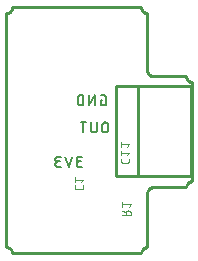
<source format=gbr>
G04 EAGLE Gerber RS-274X export*
G75*
%MOMM*%
%FSLAX34Y34*%
%LPD*%
%INSilkscreen Bottom*%
%IPPOS*%
%AMOC8*
5,1,8,0,0,1.08239X$1,22.5*%
G01*
%ADD10C,0.152400*%
%ADD11C,0.101600*%
%ADD12C,0.254000*%
%ADD13C,0.254000*%


D10*
X81398Y130020D02*
X79959Y130020D01*
X79959Y125222D01*
X82838Y125222D01*
X82924Y125224D01*
X83010Y125230D01*
X83096Y125239D01*
X83181Y125253D01*
X83265Y125270D01*
X83349Y125291D01*
X83431Y125316D01*
X83512Y125344D01*
X83592Y125376D01*
X83671Y125412D01*
X83747Y125451D01*
X83822Y125494D01*
X83895Y125539D01*
X83966Y125589D01*
X84034Y125641D01*
X84101Y125696D01*
X84164Y125754D01*
X84225Y125815D01*
X84283Y125878D01*
X84338Y125945D01*
X84391Y126013D01*
X84440Y126084D01*
X84485Y126157D01*
X84528Y126232D01*
X84567Y126308D01*
X84603Y126387D01*
X84635Y126467D01*
X84663Y126548D01*
X84688Y126631D01*
X84709Y126714D01*
X84726Y126798D01*
X84740Y126883D01*
X84749Y126969D01*
X84755Y127055D01*
X84757Y127141D01*
X84757Y131939D01*
X84755Y132025D01*
X84749Y132111D01*
X84740Y132197D01*
X84726Y132282D01*
X84709Y132366D01*
X84688Y132450D01*
X84663Y132532D01*
X84635Y132613D01*
X84603Y132693D01*
X84567Y132772D01*
X84528Y132848D01*
X84485Y132923D01*
X84440Y132996D01*
X84391Y133067D01*
X84338Y133135D01*
X84283Y133202D01*
X84225Y133265D01*
X84164Y133326D01*
X84101Y133384D01*
X84035Y133439D01*
X83966Y133491D01*
X83895Y133541D01*
X83822Y133586D01*
X83747Y133629D01*
X83671Y133668D01*
X83592Y133704D01*
X83512Y133736D01*
X83431Y133764D01*
X83349Y133789D01*
X83265Y133810D01*
X83181Y133827D01*
X83096Y133841D01*
X83010Y133850D01*
X82924Y133856D01*
X82838Y133858D01*
X79959Y133858D01*
X75003Y133858D02*
X75003Y125222D01*
X70206Y125222D02*
X75003Y133858D01*
X70206Y133858D02*
X70206Y125222D01*
X65250Y125222D02*
X65250Y133858D01*
X62851Y133858D01*
X62754Y133856D01*
X62658Y133850D01*
X62562Y133841D01*
X62466Y133827D01*
X62371Y133810D01*
X62277Y133788D01*
X62184Y133763D01*
X62091Y133735D01*
X62000Y133702D01*
X61911Y133666D01*
X61823Y133626D01*
X61736Y133583D01*
X61652Y133537D01*
X61569Y133487D01*
X61488Y133433D01*
X61410Y133377D01*
X61334Y133317D01*
X61260Y133255D01*
X61189Y133189D01*
X61121Y133121D01*
X61055Y133050D01*
X60993Y132976D01*
X60933Y132900D01*
X60877Y132822D01*
X60823Y132741D01*
X60773Y132659D01*
X60727Y132574D01*
X60684Y132487D01*
X60644Y132399D01*
X60608Y132310D01*
X60575Y132219D01*
X60547Y132126D01*
X60522Y132033D01*
X60500Y131939D01*
X60483Y131844D01*
X60469Y131748D01*
X60460Y131652D01*
X60454Y131556D01*
X60452Y131459D01*
X60452Y127621D01*
X60454Y127524D01*
X60460Y127428D01*
X60469Y127332D01*
X60483Y127236D01*
X60500Y127141D01*
X60522Y127047D01*
X60547Y126954D01*
X60575Y126861D01*
X60608Y126770D01*
X60644Y126681D01*
X60684Y126593D01*
X60727Y126506D01*
X60773Y126422D01*
X60823Y126339D01*
X60877Y126258D01*
X60933Y126180D01*
X60993Y126104D01*
X61055Y126030D01*
X61121Y125959D01*
X61189Y125891D01*
X61260Y125825D01*
X61334Y125763D01*
X61410Y125703D01*
X61488Y125647D01*
X61569Y125593D01*
X61651Y125543D01*
X61736Y125497D01*
X61823Y125454D01*
X61911Y125414D01*
X62000Y125378D01*
X62091Y125345D01*
X62184Y125317D01*
X62277Y125292D01*
X62371Y125270D01*
X62466Y125253D01*
X62562Y125239D01*
X62658Y125230D01*
X62754Y125224D01*
X62851Y125222D01*
X65250Y125222D01*
X86078Y108599D02*
X86078Y104761D01*
X86078Y108599D02*
X86076Y108696D01*
X86070Y108792D01*
X86061Y108888D01*
X86047Y108984D01*
X86030Y109079D01*
X86008Y109173D01*
X85983Y109266D01*
X85955Y109359D01*
X85922Y109450D01*
X85886Y109539D01*
X85846Y109627D01*
X85803Y109714D01*
X85757Y109799D01*
X85707Y109881D01*
X85653Y109962D01*
X85597Y110040D01*
X85537Y110116D01*
X85475Y110190D01*
X85409Y110261D01*
X85341Y110329D01*
X85270Y110395D01*
X85196Y110457D01*
X85120Y110517D01*
X85042Y110573D01*
X84961Y110627D01*
X84879Y110677D01*
X84794Y110723D01*
X84707Y110766D01*
X84619Y110806D01*
X84530Y110842D01*
X84439Y110875D01*
X84346Y110903D01*
X84253Y110928D01*
X84159Y110950D01*
X84064Y110967D01*
X83968Y110981D01*
X83872Y110990D01*
X83776Y110996D01*
X83679Y110998D01*
X83582Y110996D01*
X83486Y110990D01*
X83390Y110981D01*
X83294Y110967D01*
X83199Y110950D01*
X83105Y110928D01*
X83012Y110903D01*
X82919Y110875D01*
X82828Y110842D01*
X82739Y110806D01*
X82651Y110766D01*
X82564Y110723D01*
X82480Y110677D01*
X82397Y110627D01*
X82316Y110573D01*
X82238Y110517D01*
X82162Y110457D01*
X82088Y110395D01*
X82017Y110329D01*
X81949Y110261D01*
X81883Y110190D01*
X81821Y110116D01*
X81761Y110040D01*
X81705Y109962D01*
X81651Y109881D01*
X81601Y109799D01*
X81555Y109714D01*
X81512Y109627D01*
X81472Y109539D01*
X81436Y109450D01*
X81403Y109359D01*
X81375Y109266D01*
X81350Y109173D01*
X81328Y109079D01*
X81311Y108984D01*
X81297Y108888D01*
X81288Y108792D01*
X81282Y108696D01*
X81280Y108599D01*
X81280Y104761D01*
X81282Y104664D01*
X81288Y104568D01*
X81297Y104472D01*
X81311Y104376D01*
X81328Y104281D01*
X81350Y104187D01*
X81375Y104094D01*
X81403Y104001D01*
X81436Y103910D01*
X81472Y103821D01*
X81512Y103733D01*
X81555Y103646D01*
X81601Y103562D01*
X81651Y103479D01*
X81705Y103398D01*
X81761Y103320D01*
X81821Y103244D01*
X81883Y103170D01*
X81949Y103099D01*
X82017Y103031D01*
X82088Y102965D01*
X82162Y102903D01*
X82238Y102843D01*
X82316Y102787D01*
X82397Y102733D01*
X82479Y102683D01*
X82564Y102637D01*
X82651Y102594D01*
X82739Y102554D01*
X82828Y102518D01*
X82919Y102485D01*
X83012Y102457D01*
X83105Y102432D01*
X83199Y102410D01*
X83294Y102393D01*
X83390Y102379D01*
X83486Y102370D01*
X83582Y102364D01*
X83679Y102362D01*
X83776Y102364D01*
X83872Y102370D01*
X83968Y102379D01*
X84064Y102393D01*
X84159Y102410D01*
X84253Y102432D01*
X84346Y102457D01*
X84439Y102485D01*
X84530Y102518D01*
X84619Y102554D01*
X84707Y102594D01*
X84794Y102637D01*
X84878Y102683D01*
X84961Y102733D01*
X85042Y102787D01*
X85120Y102843D01*
X85196Y102903D01*
X85270Y102965D01*
X85341Y103031D01*
X85409Y103099D01*
X85475Y103170D01*
X85537Y103244D01*
X85597Y103320D01*
X85653Y103398D01*
X85707Y103479D01*
X85757Y103561D01*
X85803Y103646D01*
X85846Y103733D01*
X85886Y103821D01*
X85922Y103910D01*
X85955Y104001D01*
X85983Y104094D01*
X86008Y104187D01*
X86030Y104281D01*
X86047Y104376D01*
X86061Y104472D01*
X86070Y104568D01*
X86076Y104664D01*
X86078Y104761D01*
X76629Y104761D02*
X76629Y110998D01*
X76629Y104761D02*
X76627Y104664D01*
X76621Y104568D01*
X76612Y104472D01*
X76598Y104376D01*
X76581Y104281D01*
X76559Y104187D01*
X76534Y104094D01*
X76506Y104001D01*
X76473Y103910D01*
X76437Y103821D01*
X76397Y103733D01*
X76354Y103646D01*
X76308Y103561D01*
X76258Y103479D01*
X76204Y103398D01*
X76148Y103320D01*
X76088Y103244D01*
X76026Y103170D01*
X75960Y103099D01*
X75892Y103031D01*
X75821Y102965D01*
X75747Y102903D01*
X75671Y102843D01*
X75593Y102787D01*
X75512Y102733D01*
X75429Y102683D01*
X75345Y102637D01*
X75258Y102594D01*
X75170Y102554D01*
X75081Y102518D01*
X74990Y102485D01*
X74897Y102457D01*
X74804Y102432D01*
X74710Y102410D01*
X74615Y102393D01*
X74519Y102379D01*
X74423Y102370D01*
X74327Y102364D01*
X74230Y102362D01*
X74133Y102364D01*
X74037Y102370D01*
X73941Y102379D01*
X73845Y102393D01*
X73750Y102410D01*
X73656Y102432D01*
X73563Y102457D01*
X73470Y102485D01*
X73379Y102518D01*
X73290Y102554D01*
X73202Y102594D01*
X73115Y102637D01*
X73030Y102683D01*
X72948Y102733D01*
X72867Y102787D01*
X72789Y102843D01*
X72713Y102903D01*
X72639Y102965D01*
X72568Y103031D01*
X72500Y103099D01*
X72434Y103170D01*
X72372Y103244D01*
X72312Y103320D01*
X72256Y103398D01*
X72202Y103479D01*
X72152Y103562D01*
X72106Y103646D01*
X72063Y103733D01*
X72023Y103821D01*
X71987Y103910D01*
X71954Y104001D01*
X71926Y104094D01*
X71901Y104187D01*
X71879Y104281D01*
X71862Y104376D01*
X71848Y104472D01*
X71839Y104568D01*
X71833Y104664D01*
X71831Y104761D01*
X71831Y110998D01*
X65391Y110998D02*
X65391Y102362D01*
X67790Y110998D02*
X62992Y110998D01*
X62089Y73152D02*
X64488Y73152D01*
X62089Y73152D02*
X61992Y73154D01*
X61896Y73160D01*
X61800Y73169D01*
X61704Y73183D01*
X61609Y73200D01*
X61515Y73222D01*
X61422Y73247D01*
X61329Y73275D01*
X61238Y73308D01*
X61149Y73344D01*
X61061Y73384D01*
X60974Y73427D01*
X60889Y73473D01*
X60807Y73523D01*
X60726Y73577D01*
X60648Y73633D01*
X60572Y73693D01*
X60498Y73755D01*
X60427Y73821D01*
X60359Y73889D01*
X60293Y73960D01*
X60231Y74034D01*
X60171Y74110D01*
X60115Y74188D01*
X60061Y74269D01*
X60011Y74352D01*
X59965Y74436D01*
X59922Y74523D01*
X59882Y74611D01*
X59846Y74700D01*
X59813Y74791D01*
X59785Y74884D01*
X59760Y74977D01*
X59738Y75071D01*
X59721Y75166D01*
X59707Y75262D01*
X59698Y75358D01*
X59692Y75454D01*
X59690Y75551D01*
X59692Y75648D01*
X59698Y75744D01*
X59707Y75840D01*
X59721Y75936D01*
X59738Y76031D01*
X59760Y76125D01*
X59785Y76218D01*
X59813Y76311D01*
X59846Y76402D01*
X59882Y76491D01*
X59922Y76579D01*
X59965Y76666D01*
X60011Y76751D01*
X60061Y76833D01*
X60115Y76914D01*
X60171Y76992D01*
X60231Y77068D01*
X60293Y77142D01*
X60359Y77213D01*
X60427Y77281D01*
X60498Y77347D01*
X60572Y77409D01*
X60648Y77469D01*
X60726Y77525D01*
X60807Y77579D01*
X60890Y77629D01*
X60974Y77675D01*
X61061Y77718D01*
X61149Y77758D01*
X61238Y77794D01*
X61329Y77827D01*
X61422Y77855D01*
X61515Y77880D01*
X61609Y77902D01*
X61704Y77919D01*
X61800Y77933D01*
X61896Y77942D01*
X61992Y77948D01*
X62089Y77950D01*
X61609Y81788D02*
X64488Y81788D01*
X61609Y81788D02*
X61523Y81786D01*
X61437Y81780D01*
X61351Y81771D01*
X61266Y81757D01*
X61182Y81740D01*
X61098Y81719D01*
X61016Y81694D01*
X60935Y81666D01*
X60855Y81634D01*
X60776Y81598D01*
X60700Y81559D01*
X60625Y81516D01*
X60552Y81471D01*
X60481Y81422D01*
X60413Y81369D01*
X60346Y81314D01*
X60283Y81256D01*
X60222Y81195D01*
X60164Y81132D01*
X60109Y81065D01*
X60056Y80997D01*
X60007Y80926D01*
X59962Y80853D01*
X59919Y80778D01*
X59880Y80702D01*
X59844Y80623D01*
X59812Y80543D01*
X59784Y80462D01*
X59759Y80380D01*
X59738Y80296D01*
X59721Y80212D01*
X59707Y80127D01*
X59698Y80041D01*
X59692Y79955D01*
X59690Y79869D01*
X59692Y79783D01*
X59698Y79697D01*
X59707Y79611D01*
X59721Y79526D01*
X59738Y79442D01*
X59759Y79358D01*
X59784Y79276D01*
X59812Y79195D01*
X59844Y79115D01*
X59880Y79036D01*
X59919Y78960D01*
X59962Y78885D01*
X60007Y78812D01*
X60056Y78741D01*
X60109Y78673D01*
X60164Y78606D01*
X60222Y78543D01*
X60283Y78482D01*
X60346Y78424D01*
X60413Y78369D01*
X60481Y78316D01*
X60552Y78267D01*
X60625Y78222D01*
X60700Y78179D01*
X60776Y78140D01*
X60855Y78104D01*
X60935Y78072D01*
X61016Y78044D01*
X61098Y78019D01*
X61182Y77998D01*
X61266Y77981D01*
X61351Y77967D01*
X61437Y77958D01*
X61523Y77952D01*
X61609Y77950D01*
X63528Y77950D01*
X55824Y81788D02*
X52945Y73152D01*
X50066Y81788D01*
X46200Y73152D02*
X43801Y73152D01*
X43704Y73154D01*
X43608Y73160D01*
X43512Y73169D01*
X43416Y73183D01*
X43321Y73200D01*
X43227Y73222D01*
X43134Y73247D01*
X43041Y73275D01*
X42950Y73308D01*
X42861Y73344D01*
X42773Y73384D01*
X42686Y73427D01*
X42601Y73473D01*
X42519Y73523D01*
X42438Y73577D01*
X42360Y73633D01*
X42284Y73693D01*
X42210Y73755D01*
X42139Y73821D01*
X42071Y73889D01*
X42005Y73960D01*
X41943Y74034D01*
X41883Y74110D01*
X41827Y74188D01*
X41773Y74269D01*
X41723Y74352D01*
X41677Y74436D01*
X41634Y74523D01*
X41594Y74611D01*
X41558Y74700D01*
X41525Y74791D01*
X41497Y74884D01*
X41472Y74977D01*
X41450Y75071D01*
X41433Y75166D01*
X41419Y75262D01*
X41410Y75358D01*
X41404Y75454D01*
X41402Y75551D01*
X41404Y75648D01*
X41410Y75744D01*
X41419Y75840D01*
X41433Y75936D01*
X41450Y76031D01*
X41472Y76125D01*
X41497Y76218D01*
X41525Y76311D01*
X41558Y76402D01*
X41594Y76491D01*
X41634Y76579D01*
X41677Y76666D01*
X41723Y76751D01*
X41773Y76833D01*
X41827Y76914D01*
X41883Y76992D01*
X41943Y77068D01*
X42005Y77142D01*
X42071Y77213D01*
X42139Y77281D01*
X42210Y77347D01*
X42284Y77409D01*
X42360Y77469D01*
X42438Y77525D01*
X42519Y77579D01*
X42602Y77629D01*
X42686Y77675D01*
X42773Y77718D01*
X42861Y77758D01*
X42950Y77794D01*
X43041Y77827D01*
X43134Y77855D01*
X43227Y77880D01*
X43321Y77902D01*
X43416Y77919D01*
X43512Y77933D01*
X43608Y77942D01*
X43704Y77948D01*
X43801Y77950D01*
X43321Y81788D02*
X46200Y81788D01*
X43321Y81788D02*
X43235Y81786D01*
X43149Y81780D01*
X43063Y81771D01*
X42978Y81757D01*
X42894Y81740D01*
X42810Y81719D01*
X42728Y81694D01*
X42647Y81666D01*
X42567Y81634D01*
X42488Y81598D01*
X42412Y81559D01*
X42337Y81516D01*
X42264Y81471D01*
X42193Y81422D01*
X42125Y81369D01*
X42058Y81314D01*
X41995Y81256D01*
X41934Y81195D01*
X41876Y81132D01*
X41821Y81065D01*
X41768Y80997D01*
X41719Y80926D01*
X41674Y80853D01*
X41631Y80778D01*
X41592Y80702D01*
X41556Y80623D01*
X41524Y80543D01*
X41496Y80462D01*
X41471Y80380D01*
X41450Y80296D01*
X41433Y80212D01*
X41419Y80127D01*
X41410Y80041D01*
X41404Y79955D01*
X41402Y79869D01*
X41404Y79783D01*
X41410Y79697D01*
X41419Y79611D01*
X41433Y79526D01*
X41450Y79442D01*
X41471Y79358D01*
X41496Y79276D01*
X41524Y79195D01*
X41556Y79115D01*
X41592Y79036D01*
X41631Y78960D01*
X41674Y78885D01*
X41719Y78812D01*
X41768Y78741D01*
X41821Y78673D01*
X41876Y78606D01*
X41934Y78543D01*
X41995Y78482D01*
X42058Y78424D01*
X42125Y78369D01*
X42193Y78316D01*
X42264Y78267D01*
X42337Y78222D01*
X42412Y78179D01*
X42488Y78140D01*
X42567Y78104D01*
X42647Y78072D01*
X42728Y78044D01*
X42810Y78019D01*
X42894Y77998D01*
X42978Y77981D01*
X43063Y77967D01*
X43149Y77958D01*
X43235Y77952D01*
X43321Y77950D01*
X45240Y77950D01*
D11*
X98298Y32258D02*
X105410Y32258D01*
X105410Y34234D01*
X105408Y34321D01*
X105402Y34409D01*
X105393Y34496D01*
X105379Y34582D01*
X105362Y34668D01*
X105341Y34752D01*
X105316Y34836D01*
X105287Y34919D01*
X105255Y35000D01*
X105220Y35080D01*
X105181Y35158D01*
X105138Y35235D01*
X105092Y35309D01*
X105043Y35381D01*
X104991Y35451D01*
X104935Y35519D01*
X104877Y35584D01*
X104816Y35647D01*
X104752Y35706D01*
X104685Y35763D01*
X104617Y35817D01*
X104545Y35868D01*
X104472Y35915D01*
X104397Y35960D01*
X104319Y36001D01*
X104240Y36038D01*
X104160Y36072D01*
X104078Y36102D01*
X103995Y36129D01*
X103910Y36152D01*
X103825Y36171D01*
X103739Y36186D01*
X103652Y36198D01*
X103565Y36206D01*
X103478Y36210D01*
X103390Y36210D01*
X103303Y36206D01*
X103216Y36198D01*
X103129Y36186D01*
X103043Y36171D01*
X102958Y36152D01*
X102873Y36129D01*
X102790Y36102D01*
X102708Y36072D01*
X102628Y36038D01*
X102549Y36001D01*
X102471Y35960D01*
X102396Y35915D01*
X102323Y35868D01*
X102251Y35817D01*
X102183Y35763D01*
X102116Y35706D01*
X102052Y35647D01*
X101991Y35584D01*
X101933Y35519D01*
X101877Y35451D01*
X101825Y35381D01*
X101776Y35309D01*
X101730Y35235D01*
X101687Y35158D01*
X101648Y35080D01*
X101613Y35000D01*
X101581Y34919D01*
X101552Y34836D01*
X101527Y34752D01*
X101506Y34668D01*
X101489Y34582D01*
X101475Y34496D01*
X101466Y34409D01*
X101460Y34321D01*
X101458Y34234D01*
X101459Y34234D02*
X101459Y32258D01*
X101459Y34629D02*
X98298Y36209D01*
X103830Y39513D02*
X105410Y41488D01*
X98298Y41488D01*
X98298Y39513D02*
X98298Y43464D01*
D12*
X92710Y65386D02*
X92710Y141586D01*
X92710Y65386D02*
X111760Y65386D01*
X156210Y65386D01*
X156210Y141586D01*
X111760Y141586D01*
X92710Y141586D01*
X111760Y141586D02*
X111760Y65386D01*
D11*
X57970Y57419D02*
X57970Y55838D01*
X57972Y55760D01*
X57978Y55683D01*
X57987Y55606D01*
X58000Y55530D01*
X58017Y55454D01*
X58038Y55379D01*
X58062Y55306D01*
X58090Y55233D01*
X58122Y55162D01*
X58157Y55093D01*
X58195Y55026D01*
X58236Y54960D01*
X58281Y54897D01*
X58329Y54836D01*
X58379Y54777D01*
X58433Y54721D01*
X58489Y54667D01*
X58548Y54617D01*
X58609Y54569D01*
X58672Y54524D01*
X58738Y54483D01*
X58805Y54445D01*
X58874Y54410D01*
X58945Y54378D01*
X59018Y54350D01*
X59091Y54326D01*
X59166Y54305D01*
X59242Y54288D01*
X59318Y54275D01*
X59395Y54266D01*
X59472Y54260D01*
X59550Y54258D01*
X63502Y54258D01*
X63580Y54260D01*
X63657Y54266D01*
X63734Y54275D01*
X63810Y54288D01*
X63886Y54305D01*
X63961Y54326D01*
X64034Y54350D01*
X64107Y54378D01*
X64178Y54410D01*
X64247Y54445D01*
X64314Y54483D01*
X64380Y54524D01*
X64443Y54569D01*
X64504Y54617D01*
X64563Y54667D01*
X64619Y54721D01*
X64673Y54777D01*
X64723Y54836D01*
X64771Y54897D01*
X64816Y54960D01*
X64857Y55026D01*
X64895Y55093D01*
X64930Y55162D01*
X64962Y55233D01*
X64990Y55306D01*
X65014Y55379D01*
X65035Y55454D01*
X65052Y55530D01*
X65065Y55606D01*
X65074Y55683D01*
X65080Y55760D01*
X65082Y55838D01*
X65082Y57419D01*
X63502Y60381D02*
X65082Y62356D01*
X57970Y62356D01*
X57970Y60381D02*
X57970Y64332D01*
X96858Y78278D02*
X96858Y79859D01*
X96858Y78278D02*
X96860Y78200D01*
X96866Y78123D01*
X96875Y78046D01*
X96888Y77970D01*
X96905Y77894D01*
X96926Y77819D01*
X96950Y77746D01*
X96978Y77673D01*
X97010Y77602D01*
X97045Y77533D01*
X97083Y77466D01*
X97124Y77400D01*
X97169Y77337D01*
X97217Y77276D01*
X97267Y77217D01*
X97321Y77161D01*
X97377Y77107D01*
X97436Y77057D01*
X97497Y77009D01*
X97560Y76964D01*
X97626Y76923D01*
X97693Y76885D01*
X97762Y76850D01*
X97833Y76818D01*
X97906Y76790D01*
X97979Y76766D01*
X98054Y76745D01*
X98130Y76728D01*
X98206Y76715D01*
X98283Y76706D01*
X98360Y76700D01*
X98438Y76698D01*
X102390Y76698D01*
X102468Y76700D01*
X102545Y76706D01*
X102622Y76715D01*
X102698Y76728D01*
X102774Y76745D01*
X102849Y76766D01*
X102922Y76790D01*
X102995Y76818D01*
X103066Y76850D01*
X103135Y76885D01*
X103202Y76923D01*
X103268Y76964D01*
X103331Y77009D01*
X103392Y77057D01*
X103451Y77107D01*
X103507Y77161D01*
X103561Y77217D01*
X103611Y77276D01*
X103659Y77337D01*
X103704Y77400D01*
X103745Y77466D01*
X103783Y77533D01*
X103818Y77602D01*
X103850Y77673D01*
X103878Y77746D01*
X103902Y77819D01*
X103923Y77894D01*
X103940Y77970D01*
X103953Y78046D01*
X103962Y78123D01*
X103968Y78200D01*
X103970Y78278D01*
X103970Y79859D01*
X102390Y82821D02*
X103970Y84797D01*
X96858Y84797D01*
X96858Y86772D02*
X96858Y82821D01*
X102390Y90136D02*
X103970Y92112D01*
X96858Y92112D01*
X96858Y90136D02*
X96858Y94088D01*
D13*
X0Y5080D02*
X443Y5061D01*
X882Y5003D01*
X1315Y4907D01*
X1737Y4774D01*
X2147Y4604D01*
X2540Y4399D01*
X2914Y4161D01*
X3265Y3892D01*
X3592Y3592D01*
X3892Y3265D01*
X4161Y2914D01*
X4399Y2540D01*
X4604Y2147D01*
X4774Y1737D01*
X4907Y1315D01*
X5003Y882D01*
X5061Y443D01*
X5080Y0D01*
X114300Y0D01*
X114319Y443D01*
X114377Y882D01*
X114473Y1315D01*
X114606Y1737D01*
X114776Y2147D01*
X114981Y2540D01*
X115219Y2914D01*
X115489Y3265D01*
X115788Y3592D01*
X116115Y3892D01*
X116466Y4161D01*
X116840Y4399D01*
X117233Y4604D01*
X117643Y4774D01*
X118065Y4907D01*
X118498Y5003D01*
X118937Y5061D01*
X119380Y5080D01*
X119380Y50800D01*
X119399Y51243D01*
X119457Y51682D01*
X119553Y52115D01*
X119686Y52537D01*
X119856Y52947D01*
X120061Y53340D01*
X120299Y53714D01*
X120569Y54065D01*
X120868Y54392D01*
X121195Y54692D01*
X121546Y54961D01*
X121920Y55199D01*
X122313Y55404D01*
X122723Y55574D01*
X123145Y55707D01*
X123578Y55803D01*
X124017Y55861D01*
X124460Y55880D01*
X152400Y55880D01*
X152419Y56323D01*
X152477Y56762D01*
X152573Y57195D01*
X152706Y57617D01*
X152876Y58027D01*
X153081Y58420D01*
X153319Y58794D01*
X153589Y59145D01*
X153888Y59472D01*
X154215Y59772D01*
X154566Y60041D01*
X154940Y60279D01*
X155333Y60484D01*
X155743Y60654D01*
X156165Y60787D01*
X156598Y60883D01*
X157037Y60941D01*
X157480Y60960D01*
X157480Y144780D01*
X157037Y144799D01*
X156598Y144857D01*
X156165Y144953D01*
X155743Y145086D01*
X155333Y145256D01*
X154940Y145461D01*
X154566Y145699D01*
X154215Y145969D01*
X153888Y146268D01*
X153589Y146595D01*
X153319Y146946D01*
X153081Y147320D01*
X152876Y147713D01*
X152706Y148123D01*
X152573Y148545D01*
X152477Y148978D01*
X152419Y149417D01*
X152400Y149860D01*
X124460Y149860D01*
X124017Y149879D01*
X123578Y149937D01*
X123145Y150033D01*
X122723Y150166D01*
X122313Y150336D01*
X121920Y150541D01*
X121546Y150779D01*
X121195Y151049D01*
X120868Y151348D01*
X120569Y151675D01*
X120299Y152026D01*
X120061Y152400D01*
X119856Y152793D01*
X119686Y153203D01*
X119553Y153625D01*
X119457Y154058D01*
X119399Y154497D01*
X119380Y154940D01*
X119380Y203200D01*
X118937Y203219D01*
X118498Y203277D01*
X118065Y203373D01*
X117643Y203506D01*
X117233Y203676D01*
X116840Y203881D01*
X116466Y204119D01*
X116115Y204389D01*
X115788Y204688D01*
X115489Y205015D01*
X115219Y205366D01*
X114981Y205740D01*
X114776Y206133D01*
X114606Y206543D01*
X114473Y206965D01*
X114377Y207398D01*
X114319Y207837D01*
X114300Y208280D01*
X5080Y208280D01*
X5061Y207837D01*
X5003Y207398D01*
X4907Y206965D01*
X4774Y206543D01*
X4604Y206133D01*
X4399Y205740D01*
X4161Y205366D01*
X3892Y205015D01*
X3592Y204688D01*
X3265Y204389D01*
X2914Y204119D01*
X2540Y203881D01*
X2147Y203676D01*
X1737Y203506D01*
X1315Y203373D01*
X882Y203277D01*
X443Y203219D01*
X0Y203200D01*
X0Y5080D01*
M02*

</source>
